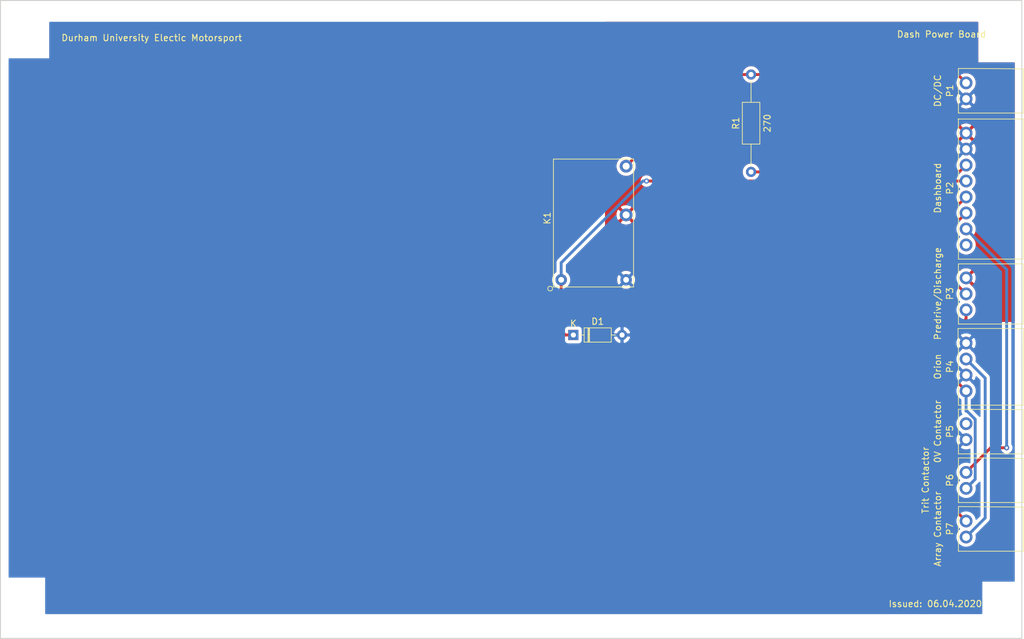
<source format=kicad_pcb>
(kicad_pcb (version 20171130) (host pcbnew "(5.1.5)-3")

  (general
    (thickness 1.6)
    (drawings 11)
    (tracks 46)
    (zones 0)
    (modules 14)
    (nets 16)
  )

  (page A4)
  (layers
    (0 F.Cu signal)
    (31 B.Cu signal)
    (32 B.Adhes user)
    (33 F.Adhes user)
    (34 B.Paste user)
    (35 F.Paste user)
    (36 B.SilkS user)
    (37 F.SilkS user)
    (38 B.Mask user)
    (39 F.Mask user)
    (40 Dwgs.User user)
    (41 Cmts.User user)
    (42 Eco1.User user)
    (43 Eco2.User user)
    (44 Edge.Cuts user)
    (45 Margin user)
    (46 B.CrtYd user)
    (47 F.CrtYd user)
    (48 B.Fab user)
    (49 F.Fab user)
  )

  (setup
    (last_trace_width 0.45)
    (trace_clearance 0.2)
    (zone_clearance 0.508)
    (zone_45_only no)
    (trace_min 0.2)
    (via_size 0.8)
    (via_drill 0.4)
    (via_min_size 0.4)
    (via_min_drill 0.3)
    (uvia_size 0.3)
    (uvia_drill 0.1)
    (uvias_allowed no)
    (uvia_min_size 0.2)
    (uvia_min_drill 0.1)
    (edge_width 0.15)
    (segment_width 0.2)
    (pcb_text_width 0.3)
    (pcb_text_size 1.5 1.5)
    (mod_edge_width 0.15)
    (mod_text_size 1 1)
    (mod_text_width 0.15)
    (pad_size 1.524 1.524)
    (pad_drill 0.762)
    (pad_to_mask_clearance 0.2)
    (aux_axis_origin 0 0)
    (grid_origin 55.08 144.93)
    (visible_elements 7FFFFFFF)
    (pcbplotparams
      (layerselection 0x010fc_ffffffff)
      (usegerberextensions true)
      (usegerberattributes false)
      (usegerberadvancedattributes false)
      (creategerberjobfile false)
      (excludeedgelayer true)
      (linewidth 0.100000)
      (plotframeref false)
      (viasonmask false)
      (mode 1)
      (useauxorigin false)
      (hpglpennumber 1)
      (hpglpenspeed 20)
      (hpglpendiameter 15.000000)
      (psnegative false)
      (psa4output false)
      (plotreference true)
      (plotvalue true)
      (plotinvisibletext false)
      (padsonsilk false)
      (subtractmaskfromsilk false)
      (outputformat 1)
      (mirror false)
      (drillshape 0)
      (scaleselection 1)
      (outputdirectory "SafeGerber/"))
  )

  (net 0 "")
  (net 1 "Net-(MK1-Pad1)")
  (net 2 "Net-(MK2-Pad1)")
  (net 3 "Net-(MK3-Pad1)")
  (net 4 "Net-(MK4-Pad1)")
  (net 5 "Net-(D1-Pad1)")
  (net 6 GND)
  (net 7 12VInt)
  (net 8 "Net-(K1-Pad4)")
  (net 9 "Net-(P2-Pad8)")
  (net 10 "Net-(P2-Pad7)")
  (net 11 "Net-(P2-Pad6)")
  (net 12 "Net-(P2-Pad5)")
  (net 13 "Net-(P2-Pad3)")
  (net 14 "Net-(P3-Pad3)")
  (net 15 "Net-(P4-Pad2)")

  (net_class Default "This is the default net class."
    (clearance 0.2)
    (trace_width 0.45)
    (via_dia 0.8)
    (via_drill 0.4)
    (uvia_dia 0.3)
    (uvia_drill 0.1)
    (add_net 12VInt)
    (add_net GND)
    (add_net "Net-(D1-Pad1)")
    (add_net "Net-(K1-Pad4)")
    (add_net "Net-(MK1-Pad1)")
    (add_net "Net-(MK2-Pad1)")
    (add_net "Net-(MK3-Pad1)")
    (add_net "Net-(MK4-Pad1)")
    (add_net "Net-(P2-Pad3)")
    (add_net "Net-(P2-Pad5)")
    (add_net "Net-(P2-Pad6)")
    (add_net "Net-(P2-Pad7)")
    (add_net "Net-(P2-Pad8)")
    (add_net "Net-(P3-Pad3)")
    (add_net "Net-(P4-Pad2)")
  )

  (module Mounting_Holes:MountingHole_2.7mm (layer F.Cu) (tedit 5A6CF9C5) (tstamp 597559B3)
    (at 58.6 139.45)
    (descr "Mounting Hole 2.7mm, no annular")
    (tags "mounting hole 2.7mm no annular")
    (path /5A6CFFFA)
    (fp_text reference MK3 (at 0 -3.7) (layer F.SilkS) hide
      (effects (font (size 1 1) (thickness 0.15)))
    )
    (fp_text value Mounting_Hole_PAD (at 0 3.7) (layer F.Fab) hide
      (effects (font (size 1 1) (thickness 0.15)))
    )
    (fp_circle (center 0 0) (end 2.7 0) (layer Cmts.User) (width 0.15))
    (fp_circle (center 0 0) (end 2.95 0) (layer F.CrtYd) (width 0.05))
    (pad 1 np_thru_hole circle (at 0 0) (size 2.7 2.7) (drill 2.7) (layers *.Cu *.Mask)
      (net 3 "Net-(MK3-Pad1)"))
  )

  (module Mounting_Holes:MountingHole_2.7mm (layer F.Cu) (tedit 5A6CF9B3) (tstamp 59755B13)
    (at 58.6 50.55)
    (descr "Mounting Hole 2.7mm, no annular")
    (tags "mounting hole 2.7mm no annular")
    (path /5A6CFED2)
    (fp_text reference MK1 (at 0 -3.7) (layer F.SilkS) hide
      (effects (font (size 1 1) (thickness 0.15)))
    )
    (fp_text value Mounting_Hole_PAD (at 0 3.7) (layer F.Fab) hide
      (effects (font (size 1 1) (thickness 0.15)))
    )
    (fp_circle (center 0 0) (end 2.7 0) (layer Cmts.User) (width 0.15))
    (fp_circle (center 0 0) (end 2.95 0) (layer F.CrtYd) (width 0.05))
    (pad 1 np_thru_hole circle (at 0 0) (size 2.7 2.7) (drill 2.7) (layers *.Cu *.Mask)
      (net 1 "Net-(MK1-Pad1)"))
  )

  (module Mounting_Holes:MountingHole_2.7mm (layer F.Cu) (tedit 5A6CF9D1) (tstamp 59755F5D)
    (at 212.24 139.45)
    (descr "Mounting Hole 2.7mm, no annular")
    (tags "mounting hole 2.7mm no annular")
    (path /5A6D003F)
    (fp_text reference MK4 (at 0 -3.7) (layer F.SilkS) hide
      (effects (font (size 1 1) (thickness 0.15)))
    )
    (fp_text value Mounting_Hole_PAD (at 0 3.7) (layer F.Fab) hide
      (effects (font (size 1 1) (thickness 0.15)))
    )
    (fp_circle (center 0 0) (end 2.7 0) (layer Cmts.User) (width 0.15))
    (fp_circle (center 0 0) (end 2.95 0) (layer F.CrtYd) (width 0.05))
    (pad 1 np_thru_hole circle (at 0 0) (size 2.7 2.7) (drill 2.7) (layers *.Cu *.Mask)
      (net 4 "Net-(MK4-Pad1)"))
  )

  (module Mounting_Holes:MountingHole_2.7mm (layer F.Cu) (tedit 5A6CF9BC) (tstamp 59755F56)
    (at 212.24 50.55)
    (descr "Mounting Hole 2.7mm, no annular")
    (tags "mounting hole 2.7mm no annular")
    (path /5A6CFF98)
    (fp_text reference MK2 (at 0 -3.7) (layer F.SilkS) hide
      (effects (font (size 1 1) (thickness 0.15)))
    )
    (fp_text value Mounting_Hole_PAD (at 0 3.7) (layer F.Fab) hide
      (effects (font (size 1 1) (thickness 0.15)))
    )
    (fp_circle (center 0 0) (end 2.7 0) (layer Cmts.User) (width 0.15))
    (fp_circle (center 0 0) (end 2.95 0) (layer F.CrtYd) (width 0.05))
    (pad 1 np_thru_hole circle (at 0 0) (size 2.7 2.7) (drill 2.7) (layers *.Cu *.Mask)
      (net 2 "Net-(MK2-Pad1)"))
  )

  (module Diode_THT:D_DO-35_SOD27_P7.62mm_Horizontal (layer F.Cu) (tedit 5AE50CD5) (tstamp 5D75C4B7)
    (at 144.742 97.432)
    (descr "Diode, DO-35_SOD27 series, Axial, Horizontal, pin pitch=7.62mm, , length*diameter=4*2mm^2, , http://www.diodes.com/_files/packages/DO-35.pdf")
    (tags "Diode DO-35_SOD27 series Axial Horizontal pin pitch 7.62mm  length 4mm diameter 2mm")
    (path /5D75B0C7)
    (fp_text reference D1 (at 3.81 -2.12) (layer F.SilkS)
      (effects (font (size 1 1) (thickness 0.15)))
    )
    (fp_text value 1N914 (at 3.81 2.12) (layer F.Fab)
      (effects (font (size 1 1) (thickness 0.15)))
    )
    (fp_line (start 1.81 -1) (end 1.81 1) (layer F.Fab) (width 0.1))
    (fp_line (start 1.81 1) (end 5.81 1) (layer F.Fab) (width 0.1))
    (fp_line (start 5.81 1) (end 5.81 -1) (layer F.Fab) (width 0.1))
    (fp_line (start 5.81 -1) (end 1.81 -1) (layer F.Fab) (width 0.1))
    (fp_line (start 0 0) (end 1.81 0) (layer F.Fab) (width 0.1))
    (fp_line (start 7.62 0) (end 5.81 0) (layer F.Fab) (width 0.1))
    (fp_line (start 2.41 -1) (end 2.41 1) (layer F.Fab) (width 0.1))
    (fp_line (start 2.51 -1) (end 2.51 1) (layer F.Fab) (width 0.1))
    (fp_line (start 2.31 -1) (end 2.31 1) (layer F.Fab) (width 0.1))
    (fp_line (start 1.69 -1.12) (end 1.69 1.12) (layer F.SilkS) (width 0.12))
    (fp_line (start 1.69 1.12) (end 5.93 1.12) (layer F.SilkS) (width 0.12))
    (fp_line (start 5.93 1.12) (end 5.93 -1.12) (layer F.SilkS) (width 0.12))
    (fp_line (start 5.93 -1.12) (end 1.69 -1.12) (layer F.SilkS) (width 0.12))
    (fp_line (start 1.04 0) (end 1.69 0) (layer F.SilkS) (width 0.12))
    (fp_line (start 6.58 0) (end 5.93 0) (layer F.SilkS) (width 0.12))
    (fp_line (start 2.41 -1.12) (end 2.41 1.12) (layer F.SilkS) (width 0.12))
    (fp_line (start 2.53 -1.12) (end 2.53 1.12) (layer F.SilkS) (width 0.12))
    (fp_line (start 2.29 -1.12) (end 2.29 1.12) (layer F.SilkS) (width 0.12))
    (fp_line (start -1.05 -1.25) (end -1.05 1.25) (layer F.CrtYd) (width 0.05))
    (fp_line (start -1.05 1.25) (end 8.67 1.25) (layer F.CrtYd) (width 0.05))
    (fp_line (start 8.67 1.25) (end 8.67 -1.25) (layer F.CrtYd) (width 0.05))
    (fp_line (start 8.67 -1.25) (end -1.05 -1.25) (layer F.CrtYd) (width 0.05))
    (fp_text user %R (at 4.11 0) (layer F.Fab)
      (effects (font (size 0.8 0.8) (thickness 0.12)))
    )
    (fp_text user K (at 0 -1.8) (layer F.Fab)
      (effects (font (size 1 1) (thickness 0.15)))
    )
    (fp_text user K (at 0 -1.8) (layer F.SilkS)
      (effects (font (size 1 1) (thickness 0.15)))
    )
    (pad 1 thru_hole rect (at 0 0) (size 1.6 1.6) (drill 0.8) (layers *.Cu *.Mask)
      (net 5 "Net-(D1-Pad1)"))
    (pad 2 thru_hole oval (at 7.62 0) (size 1.6 1.6) (drill 0.8) (layers *.Cu *.Mask)
      (net 6 GND))
    (model ${KISYS3DMOD}/Diode_THT.3dshapes/D_DO-35_SOD27_P7.62mm_Horizontal.wrl
      (at (xyz 0 0 0))
      (scale (xyz 1 1 1))
      (rotate (xyz 0 0 0))
    )
  )

  (module PhoenixSmol:PhoenixSmol2 (layer F.Cu) (tedit 5D751783) (tstamp 5D75C4D6)
    (at 206.21 60.475 90)
    (descr "Terminal Block Phoenix MKDS-1,5-2, 2 pins, pitch 5mm, size 10x9.8mm^2, drill diamater 1.3mm, pad diameter 2.6mm, see http://www.farnell.com/datasheets/100425.pdf, script-generated using https://github.com/pointhi/kicad-footprint-generator/scripts/TerminalBlock_Phoenix")
    (tags "THT Terminal Block Phoenix MKDS-1,5-2 pitch 5mm size 10x9.8mm^2 drill 1.3mm pad 2.6mm")
    (path /5D756C88)
    (fp_text reference P1 (at 1.27 -2.54 90) (layer F.SilkS)
      (effects (font (size 1 1) (thickness 0.15)))
    )
    (fp_text value DC/DC (at 1.27 -4.445 90) (layer F.SilkS)
      (effects (font (size 1 1) (thickness 0.15)))
    )
    (fp_line (start -2.2 -1.2) (end 4.7 -1.2) (layer F.Fab) (width 0.12))
    (fp_line (start -2.2 8.9) (end 4.7 8.9) (layer F.Fab) (width 0.12))
    (fp_line (start 4.7 -1.2) (end 4.7 8.9) (layer F.Fab) (width 0.12))
    (fp_line (start -2.2 -1.2) (end -2.2 8.9) (layer F.Fab) (width 0.12))
    (fp_line (start -2.2225 -1.2065) (end 4.7625 -1.2065) (layer F.SilkS) (width 0.12))
    (fp_line (start 4.7625 -1.2065) (end 4.699 8.9535) (layer F.SilkS) (width 0.12))
    (fp_line (start 4.699 8.9535) (end -2.2225 8.9535) (layer F.SilkS) (width 0.12))
    (fp_line (start -2.2225 8.9535) (end -2.2225 -1.2065) (layer F.SilkS) (width 0.12))
    (pad 2 thru_hole circle (at 0 0 90) (size 2 2) (drill 1.2) (layers *.Cu *.Mask)
      (net 6 GND))
    (pad 1 thru_hole circle (at 2.5 0 90) (size 2 2) (drill 1.2) (layers *.Cu *.Mask)
      (net 8 "Net-(K1-Pad4)"))
    (model ${KISYS3DMOD}/TerminalBlock_Phoenix.3dshapes/TerminalBlock_Phoenix_MKDS-1,5-2_1x02_P5.00mm_Horizontal.wrl
      (at (xyz 0 0 0))
      (scale (xyz 1 1 1))
      (rotate (xyz 0 0 0))
    )
  )

  (module PhoenixSmol:PhoenixSmol8 (layer F.Cu) (tedit 5D752BF1) (tstamp 5D75C4EA)
    (at 206.21 83.335 90)
    (descr "Terminal Block Phoenix MKDS-1,5-2, 2 pins, pitch 5mm, size 10x9.8mm^2, drill diamater 1.3mm, pad diameter 2.6mm, see http://www.farnell.com/datasheets/100425.pdf, script-generated using https://github.com/pointhi/kicad-footprint-generator/scripts/TerminalBlock_Phoenix")
    (tags "THT Terminal Block Phoenix MKDS-1,5-2 pitch 5mm size 10x9.8mm^2 drill 1.3mm pad 2.6mm")
    (path /5D75718B)
    (fp_text reference P2 (at 8.89 -2.54 90) (layer F.SilkS)
      (effects (font (size 1 1) (thickness 0.15)))
    )
    (fp_text value Dashboard (at 8.89 -4.445 90) (layer F.SilkS)
      (effects (font (size 1 1) (thickness 0.15)))
    )
    (fp_line (start -2.2 -1.2) (end 19.7 -1.2) (layer F.Fab) (width 0.12))
    (fp_line (start -2.2 8.9) (end 19.7 8.9) (layer F.Fab) (width 0.12))
    (fp_line (start 19.7 -1.2) (end 19.7 8.9) (layer F.Fab) (width 0.12))
    (fp_line (start -2.2 -1.2) (end -2.2 8.9) (layer F.Fab) (width 0.12))
    (fp_line (start -2.2225 -1.2065) (end 19.7 -1.2065) (layer F.SilkS) (width 0.12))
    (fp_line (start 19.7 8.9535) (end -2.2225 8.9535) (layer F.SilkS) (width 0.12))
    (fp_line (start -2.2225 8.9535) (end -2.2225 -1.2065) (layer F.SilkS) (width 0.12))
    (fp_line (start 19.7 -1.27) (end 19.7 9.017) (layer F.SilkS) (width 0.12))
    (pad 8 thru_hole circle (at 0 0 90) (size 2 2) (drill 1.2) (layers *.Cu *.Mask)
      (net 9 "Net-(P2-Pad8)"))
    (pad 7 thru_hole circle (at 2.5 0 90) (size 2 2) (drill 1.2) (layers *.Cu *.Mask)
      (net 10 "Net-(P2-Pad7)"))
    (pad 6 thru_hole circle (at 5 0 90) (size 2 2) (drill 1.2) (layers *.Cu *.Mask)
      (net 11 "Net-(P2-Pad6)"))
    (pad 5 thru_hole circle (at 7.5 0 90) (size 2 2) (drill 1.2) (layers *.Cu *.Mask)
      (net 12 "Net-(P2-Pad5)"))
    (pad 4 thru_hole circle (at 10 0 90) (size 2 2) (drill 1.2) (layers *.Cu *.Mask)
      (net 5 "Net-(D1-Pad1)"))
    (pad 2 thru_hole circle (at 15 0 90) (size 2 2) (drill 1.2) (layers *.Cu *.Mask)
      (net 6 GND))
    (pad 1 thru_hole circle (at 17.5 0 90) (size 2 2) (drill 1.2) (layers *.Cu *.Mask)
      (net 7 12VInt))
    (pad 3 thru_hole circle (at 12.5 0 90) (size 2 2) (drill 1.2) (layers *.Cu *.Mask)
      (net 13 "Net-(P2-Pad3)"))
    (model ${KISYS3DMOD}/TerminalBlock_Phoenix.3dshapes/TerminalBlock_Phoenix_MKDS-1,5-2_1x02_P5.00mm_Horizontal.wrl
      (at (xyz 0 0 0))
      (scale (xyz 1 1 1))
      (rotate (xyz 0 0 0))
    )
  )

  (module PhoenixSmol:PhoenixSmol3 (layer F.Cu) (tedit 5D75184E) (tstamp 5D75C4FB)
    (at 206.21 93.495 90)
    (descr "Terminal Block Phoenix MKDS-1,5-2, 2 pins, pitch 5mm, size 10x9.8mm^2, drill diamater 1.3mm, pad diameter 2.6mm, see http://www.farnell.com/datasheets/100425.pdf, script-generated using https://github.com/pointhi/kicad-footprint-generator/scripts/TerminalBlock_Phoenix")
    (tags "THT Terminal Block Phoenix MKDS-1,5-2 pitch 5mm size 10x9.8mm^2 drill 1.3mm pad 2.6mm")
    (path /5D7576B3)
    (fp_text reference P3 (at 2.54 -2.54 90) (layer F.SilkS)
      (effects (font (size 1 1) (thickness 0.15)))
    )
    (fp_text value Predrive/Discharge (at 2.54 -4.445 90) (layer F.SilkS)
      (effects (font (size 1 1) (thickness 0.15)))
    )
    (fp_line (start -2.2 -1.2) (end 7.2 -1.2) (layer F.Fab) (width 0.12))
    (fp_line (start -2.2 8.9) (end 7.2 8.9) (layer F.Fab) (width 0.12))
    (fp_line (start 7.2 -1.2) (end 7.2 8.9) (layer F.Fab) (width 0.12))
    (fp_line (start -2.2 -1.2) (end -2.2 8.9) (layer F.Fab) (width 0.12))
    (fp_line (start -2.2225 -1.2065) (end 4.7625 -1.2065) (layer F.SilkS) (width 0.12))
    (fp_line (start 7.2 -1.2065) (end 7.2 8.9535) (layer F.SilkS) (width 0.12))
    (fp_line (start 4.699 8.9535) (end -2.2225 8.9535) (layer F.SilkS) (width 0.12))
    (fp_line (start -2.2225 8.9535) (end -2.2225 -1.2065) (layer F.SilkS) (width 0.12))
    (fp_line (start 7.2 -1.2065) (end 4.7625 -1.2065) (layer F.SilkS) (width 0.12))
    (fp_line (start 7.2 8.9535) (end 4.699 8.9535) (layer F.SilkS) (width 0.12))
    (pad 3 thru_hole circle (at 0 0 90) (size 2 2) (drill 1.2) (layers *.Cu *.Mask)
      (net 14 "Net-(P3-Pad3)"))
    (pad 2 thru_hole circle (at 2.5 0 90) (size 2 2) (drill 1.2) (layers *.Cu *.Mask)
      (net 11 "Net-(P2-Pad6)"))
    (pad 1 thru_hole circle (at 5 0 90) (size 2 2) (drill 1.2) (layers *.Cu *.Mask)
      (net 7 12VInt))
    (model ${KISYS3DMOD}/TerminalBlock_Phoenix.3dshapes/TerminalBlock_Phoenix_MKDS-1,5-2_1x02_P5.00mm_Horizontal.wrl
      (at (xyz 0 0 0))
      (scale (xyz 1 1 1))
      (rotate (xyz 0 0 0))
    )
  )

  (module PhoenixSmol:PhoenixSmol4 (layer F.Cu) (tedit 5D752BF8) (tstamp 5D75C50F)
    (at 206.21 106.195 90)
    (descr "Terminal Block Phoenix MKDS-1,5-2, 2 pins, pitch 5mm, size 10x9.8mm^2, drill diamater 1.3mm, pad diameter 2.6mm, see http://www.farnell.com/datasheets/100425.pdf, script-generated using https://github.com/pointhi/kicad-footprint-generator/scripts/TerminalBlock_Phoenix")
    (tags "THT Terminal Block Phoenix MKDS-1,5-2 pitch 5mm size 10x9.8mm^2 drill 1.3mm pad 2.6mm")
    (path /5D757900)
    (fp_text reference P4 (at 3.81 -2.54 90) (layer F.SilkS)
      (effects (font (size 1 1) (thickness 0.15)))
    )
    (fp_text value Orion (at 3.81 -4.445 90) (layer F.SilkS)
      (effects (font (size 1 1) (thickness 0.15)))
    )
    (fp_line (start -2.2 -1.2) (end 9.7 -1.2) (layer F.Fab) (width 0.12))
    (fp_line (start -2.2 8.9) (end 9.7 8.9) (layer F.Fab) (width 0.12))
    (fp_line (start 9.7 -1.2) (end 9.7 8.9) (layer F.Fab) (width 0.12))
    (fp_line (start -2.2 -1.2) (end -2.2 8.9) (layer F.Fab) (width 0.12))
    (fp_line (start -2.2225 -1.2065) (end 4.7625 -1.2065) (layer F.SilkS) (width 0.12))
    (fp_line (start 4.699 8.9535) (end -2.2225 8.9535) (layer F.SilkS) (width 0.12))
    (fp_line (start -2.2225 8.9535) (end -2.2225 -1.2065) (layer F.SilkS) (width 0.12))
    (fp_line (start 7.2 -1.2065) (end 4.7625 -1.2065) (layer F.SilkS) (width 0.12))
    (fp_line (start 7.2 8.9535) (end 4.699 8.9535) (layer F.SilkS) (width 0.12))
    (fp_line (start 7.2 -1.2065) (end 9.779 -1.27) (layer F.SilkS) (width 0.12))
    (fp_line (start 9.779 -1.27) (end 9.779 9.017) (layer F.SilkS) (width 0.12))
    (fp_line (start 9.779 9.017) (end 7.2 8.9535) (layer F.SilkS) (width 0.12))
    (pad 4 thru_hole circle (at 0 0 90) (size 2 2) (drill 1.2) (layers *.Cu *.Mask)
      (net 14 "Net-(P3-Pad3)"))
    (pad 3 thru_hole circle (at 2.5 0 90) (size 2 2) (drill 1.2) (layers *.Cu *.Mask)
      (net 6 GND))
    (pad 2 thru_hole circle (at 5 0 90) (size 2 2) (drill 1.2) (layers *.Cu *.Mask)
      (net 15 "Net-(P4-Pad2)"))
    (pad 1 thru_hole circle (at 7.5 0 90) (size 2 2) (drill 1.2) (layers *.Cu *.Mask)
      (net 6 GND))
    (model ${KISYS3DMOD}/TerminalBlock_Phoenix.3dshapes/TerminalBlock_Phoenix_MKDS-1,5-2_1x02_P5.00mm_Horizontal.wrl
      (at (xyz 0 0 0))
      (scale (xyz 1 1 1))
      (rotate (xyz 0 0 0))
    )
  )

  (module PhoenixSmol:PhoenixSmol2 (layer F.Cu) (tedit 5D751783) (tstamp 5D75C51D)
    (at 206.21 113.815 90)
    (descr "Terminal Block Phoenix MKDS-1,5-2, 2 pins, pitch 5mm, size 10x9.8mm^2, drill diamater 1.3mm, pad diameter 2.6mm, see http://www.farnell.com/datasheets/100425.pdf, script-generated using https://github.com/pointhi/kicad-footprint-generator/scripts/TerminalBlock_Phoenix")
    (tags "THT Terminal Block Phoenix MKDS-1,5-2 pitch 5mm size 10x9.8mm^2 drill 1.3mm pad 2.6mm")
    (path /5D757EDE)
    (fp_text reference P5 (at 1.27 -2.54 90) (layer F.SilkS)
      (effects (font (size 1 1) (thickness 0.15)))
    )
    (fp_text value "0V Contactor" (at 1.27 -4.445 90) (layer F.SilkS)
      (effects (font (size 1 1) (thickness 0.15)))
    )
    (fp_line (start -2.2225 8.9535) (end -2.2225 -1.2065) (layer F.SilkS) (width 0.12))
    (fp_line (start 4.699 8.9535) (end -2.2225 8.9535) (layer F.SilkS) (width 0.12))
    (fp_line (start 4.7625 -1.2065) (end 4.699 8.9535) (layer F.SilkS) (width 0.12))
    (fp_line (start -2.2225 -1.2065) (end 4.7625 -1.2065) (layer F.SilkS) (width 0.12))
    (fp_line (start -2.2 -1.2) (end -2.2 8.9) (layer F.Fab) (width 0.12))
    (fp_line (start 4.7 -1.2) (end 4.7 8.9) (layer F.Fab) (width 0.12))
    (fp_line (start -2.2 8.9) (end 4.7 8.9) (layer F.Fab) (width 0.12))
    (fp_line (start -2.2 -1.2) (end 4.7 -1.2) (layer F.Fab) (width 0.12))
    (pad 1 thru_hole circle (at 2.5 0 90) (size 2 2) (drill 1.2) (layers *.Cu *.Mask)
      (net 9 "Net-(P2-Pad8)"))
    (pad 2 thru_hole circle (at 0 0 90) (size 2 2) (drill 1.2) (layers *.Cu *.Mask)
      (net 6 GND))
    (model ${KISYS3DMOD}/TerminalBlock_Phoenix.3dshapes/TerminalBlock_Phoenix_MKDS-1,5-2_1x02_P5.00mm_Horizontal.wrl
      (at (xyz 0 0 0))
      (scale (xyz 1 1 1))
      (rotate (xyz 0 0 0))
    )
  )

  (module PhoenixSmol:PhoenixSmol2 (layer F.Cu) (tedit 5D751783) (tstamp 5D75C52B)
    (at 206.21 121.435 90)
    (descr "Terminal Block Phoenix MKDS-1,5-2, 2 pins, pitch 5mm, size 10x9.8mm^2, drill diamater 1.3mm, pad diameter 2.6mm, see http://www.farnell.com/datasheets/100425.pdf, script-generated using https://github.com/pointhi/kicad-footprint-generator/scripts/TerminalBlock_Phoenix")
    (tags "THT Terminal Block Phoenix MKDS-1,5-2 pitch 5mm size 10x9.8mm^2 drill 1.3mm pad 2.6mm")
    (path /5D7581A6)
    (fp_text reference P6 (at 1.27 -2.54 90) (layer F.SilkS)
      (effects (font (size 1 1) (thickness 0.15)))
    )
    (fp_text value "Trit Contactor" (at 1.27 -6.35 90) (layer F.SilkS)
      (effects (font (size 1 1) (thickness 0.15)))
    )
    (fp_line (start -2.2 -1.2) (end 4.7 -1.2) (layer F.Fab) (width 0.12))
    (fp_line (start -2.2 8.9) (end 4.7 8.9) (layer F.Fab) (width 0.12))
    (fp_line (start 4.7 -1.2) (end 4.7 8.9) (layer F.Fab) (width 0.12))
    (fp_line (start -2.2 -1.2) (end -2.2 8.9) (layer F.Fab) (width 0.12))
    (fp_line (start -2.2225 -1.2065) (end 4.7625 -1.2065) (layer F.SilkS) (width 0.12))
    (fp_line (start 4.7625 -1.2065) (end 4.699 8.9535) (layer F.SilkS) (width 0.12))
    (fp_line (start 4.699 8.9535) (end -2.2225 8.9535) (layer F.SilkS) (width 0.12))
    (fp_line (start -2.2225 8.9535) (end -2.2225 -1.2065) (layer F.SilkS) (width 0.12))
    (pad 2 thru_hole circle (at 0 0 90) (size 2 2) (drill 1.2) (layers *.Cu *.Mask)
      (net 14 "Net-(P3-Pad3)"))
    (pad 1 thru_hole circle (at 2.5 0 90) (size 2 2) (drill 1.2) (layers *.Cu *.Mask)
      (net 10 "Net-(P2-Pad7)"))
    (model ${KISYS3DMOD}/TerminalBlock_Phoenix.3dshapes/TerminalBlock_Phoenix_MKDS-1,5-2_1x02_P5.00mm_Horizontal.wrl
      (at (xyz 0 0 0))
      (scale (xyz 1 1 1))
      (rotate (xyz 0 0 0))
    )
  )

  (module PhoenixSmol:PhoenixSmol2 (layer F.Cu) (tedit 5D751783) (tstamp 5D75C539)
    (at 206.21 129.055 90)
    (descr "Terminal Block Phoenix MKDS-1,5-2, 2 pins, pitch 5mm, size 10x9.8mm^2, drill diamater 1.3mm, pad diameter 2.6mm, see http://www.farnell.com/datasheets/100425.pdf, script-generated using https://github.com/pointhi/kicad-footprint-generator/scripts/TerminalBlock_Phoenix")
    (tags "THT Terminal Block Phoenix MKDS-1,5-2 pitch 5mm size 10x9.8mm^2 drill 1.3mm pad 2.6mm")
    (path /5D758521)
    (fp_text reference P7 (at 1.27 -2.54 90) (layer F.SilkS)
      (effects (font (size 1 1) (thickness 0.15)))
    )
    (fp_text value "Array Contactor" (at 1.27 -4.445 90) (layer F.SilkS)
      (effects (font (size 1 1) (thickness 0.15)))
    )
    (fp_line (start -2.2225 8.9535) (end -2.2225 -1.2065) (layer F.SilkS) (width 0.12))
    (fp_line (start 4.699 8.9535) (end -2.2225 8.9535) (layer F.SilkS) (width 0.12))
    (fp_line (start 4.7625 -1.2065) (end 4.699 8.9535) (layer F.SilkS) (width 0.12))
    (fp_line (start -2.2225 -1.2065) (end 4.7625 -1.2065) (layer F.SilkS) (width 0.12))
    (fp_line (start -2.2 -1.2) (end -2.2 8.9) (layer F.Fab) (width 0.12))
    (fp_line (start 4.7 -1.2) (end 4.7 8.9) (layer F.Fab) (width 0.12))
    (fp_line (start -2.2 8.9) (end 4.7 8.9) (layer F.Fab) (width 0.12))
    (fp_line (start -2.2 -1.2) (end 4.7 -1.2) (layer F.Fab) (width 0.12))
    (pad 1 thru_hole circle (at 2.5 0 90) (size 2 2) (drill 1.2) (layers *.Cu *.Mask)
      (net 12 "Net-(P2-Pad5)"))
    (pad 2 thru_hole circle (at 0 0 90) (size 2 2) (drill 1.2) (layers *.Cu *.Mask)
      (net 15 "Net-(P4-Pad2)"))
    (model ${KISYS3DMOD}/TerminalBlock_Phoenix.3dshapes/TerminalBlock_Phoenix_MKDS-1,5-2_1x02_P5.00mm_Horizontal.wrl
      (at (xyz 0 0 0))
      (scale (xyz 1 1 1))
      (rotate (xyz 0 0 0))
    )
  )

  (module Resistor_THT:R_Axial_DIN0207_L6.3mm_D2.5mm_P15.24mm_Horizontal (layer F.Cu) (tedit 5AE5139B) (tstamp 5D75C550)
    (at 172.555 71.905 90)
    (descr "Resistor, Axial_DIN0207 series, Axial, Horizontal, pin pitch=15.24mm, 0.25W = 1/4W, length*diameter=6.3*2.5mm^2, http://cdn-reichelt.de/documents/datenblatt/B400/1_4W%23YAG.pdf")
    (tags "Resistor Axial_DIN0207 series Axial Horizontal pin pitch 15.24mm 0.25W = 1/4W length 6.3mm diameter 2.5mm")
    (path /5D75D8C5)
    (fp_text reference R1 (at 7.62 -2.37 90) (layer F.SilkS)
      (effects (font (size 1 1) (thickness 0.15)))
    )
    (fp_text value 270 (at 7.62 2.54 90) (layer F.SilkS)
      (effects (font (size 1 1) (thickness 0.15)))
    )
    (fp_line (start 4.47 -1.25) (end 4.47 1.25) (layer F.Fab) (width 0.1))
    (fp_line (start 4.47 1.25) (end 10.77 1.25) (layer F.Fab) (width 0.1))
    (fp_line (start 10.77 1.25) (end 10.77 -1.25) (layer F.Fab) (width 0.1))
    (fp_line (start 10.77 -1.25) (end 4.47 -1.25) (layer F.Fab) (width 0.1))
    (fp_line (start 0 0) (end 4.47 0) (layer F.Fab) (width 0.1))
    (fp_line (start 15.24 0) (end 10.77 0) (layer F.Fab) (width 0.1))
    (fp_line (start 4.35 -1.37) (end 4.35 1.37) (layer F.SilkS) (width 0.12))
    (fp_line (start 4.35 1.37) (end 10.89 1.37) (layer F.SilkS) (width 0.12))
    (fp_line (start 10.89 1.37) (end 10.89 -1.37) (layer F.SilkS) (width 0.12))
    (fp_line (start 10.89 -1.37) (end 4.35 -1.37) (layer F.SilkS) (width 0.12))
    (fp_line (start 1.04 0) (end 4.35 0) (layer F.SilkS) (width 0.12))
    (fp_line (start 14.2 0) (end 10.89 0) (layer F.SilkS) (width 0.12))
    (fp_line (start -1.05 -1.5) (end -1.05 1.5) (layer F.CrtYd) (width 0.05))
    (fp_line (start -1.05 1.5) (end 16.29 1.5) (layer F.CrtYd) (width 0.05))
    (fp_line (start 16.29 1.5) (end 16.29 -1.5) (layer F.CrtYd) (width 0.05))
    (fp_line (start 16.29 -1.5) (end -1.05 -1.5) (layer F.CrtYd) (width 0.05))
    (fp_text user %R (at 7.62 0 90) (layer F.Fab)
      (effects (font (size 1 1) (thickness 0.15)))
    )
    (pad 1 thru_hole circle (at 0 0 90) (size 1.6 1.6) (drill 0.8) (layers *.Cu *.Mask)
      (net 13 "Net-(P2-Pad3)"))
    (pad 2 thru_hole oval (at 15.24 0 90) (size 1.6 1.6) (drill 0.8) (layers *.Cu *.Mask)
      (net 8 "Net-(K1-Pad4)"))
    (model ${KISYS3DMOD}/Resistor_THT.3dshapes/R_Axial_DIN0207_L6.3mm_D2.5mm_P15.24mm_Horizontal.wrl
      (at (xyz 0 0 0))
      (scale (xyz 1 1 1))
      (rotate (xyz 0 0 0))
    )
  )

  (module DUEMRelays:DKRelay (layer F.Cu) (tedit 5D757F16) (tstamp 5D75DD67)
    (at 142.837 88.796 90)
    (path /5D7588FC)
    (fp_text reference K1 (at 9.652 -2.1844 90) (layer F.SilkS)
      (effects (font (size 1 1) (thickness 0.15)))
    )
    (fp_text value DK (at 9.0424 12.4968 90) (layer F.Fab)
      (effects (font (size 1 1) (thickness 0.15)))
    )
    (fp_line (start 18.89 -1.2) (end 18.89 11.3) (layer F.Fab) (width 0.12))
    (fp_line (start 18.89 11.3) (end -1.11 11.3) (layer F.Fab) (width 0.12))
    (fp_line (start -1.11 11.3) (end -1.11 -1.2) (layer F.Fab) (width 0.12))
    (fp_line (start -1.11 -1.2) (end 18.89 -1.2) (layer F.Fab) (width 0.12))
    (fp_line (start -1.1176 11.3284) (end -1.1176 -1.2192) (layer F.SilkS) (width 0.12))
    (fp_line (start -1.1176 -1.2192) (end 18.8976 -1.2192) (layer F.SilkS) (width 0.12))
    (fp_line (start 18.8976 -1.2192) (end 18.8976 11.3284) (layer F.SilkS) (width 0.12))
    (fp_line (start 18.8976 11.3284) (end -1.1176 11.3284) (layer F.SilkS) (width 0.12))
    (fp_circle (center -1.3716 -1.7272) (end -1.016 -1.8288) (layer F.SilkS) (width 0.12))
    (pad 6 thru_hole circle (at 0 0 90) (size 1.8 1.8) (drill 0.9) (layers *.Cu *.Mask)
      (net 5 "Net-(D1-Pad1)"))
    (pad 1 thru_hole circle (at 0 10.16 90) (size 1.8 1.8) (drill 0.9) (layers *.Cu *.Mask)
      (net 6 GND))
    (pad 3 thru_hole circle (at 10.16 10.16 90) (size 2 2) (drill 1.1) (layers *.Cu *.Mask)
      (net 7 12VInt))
    (pad 4 thru_hole circle (at 17.78 10.16 90) (size 2 2) (drill 1.1) (layers *.Cu *.Mask)
      (net 8 "Net-(K1-Pad4)"))
  )

  (gr_text "Issued: 06.04.2020" (at 201.3967 139.5071) (layer F.SilkS)
    (effects (font (size 1 1) (thickness 0.15)))
  )
  (gr_text "Dash Power Board" (at 202.3619 50.3658) (layer F.SilkS)
    (effects (font (size 1 1) (thickness 0.15)))
  )
  (gr_text "Durham University Electic Motorsport" (at 78.7528 50.9246) (layer F.SilkS)
    (effects (font (size 1 1) (thickness 0.15)))
  )
  (gr_line (start 214.9 47.5) (end 55.1 47.5) (angle 90) (layer F.CrtYd) (width 0.2))
  (gr_line (start 55.1 47.5) (end 214.9 47.5) (angle 90) (layer B.CrtYd) (width 0.2))
  (gr_line (start 55.1 142.5) (end 214.9 142.5) (angle 90) (layer B.CrtYd) (width 0.2) (tstamp 59795C8A))
  (gr_line (start 55.1 142.5) (end 214.9 142.5) (angle 90) (layer F.CrtYd) (width 0.2))
  (gr_line (start 55.075 144.925) (end 214.925 144.925) (angle 90) (layer Edge.Cuts) (width 0.15))
  (gr_line (start 55.075 45.075) (end 55.075 144.925) (angle 90) (layer Edge.Cuts) (width 0.15))
  (gr_line (start 214.925 45.075) (end 55.075 45.075) (angle 90) (layer Edge.Cuts) (width 0.15))
  (gr_line (start 214.925 144.925) (end 214.925 45.075) (angle 90) (layer Edge.Cuts) (width 0.15))

  (segment (start 206.21 73.335) (end 156.188998 73.335) (width 0.45) (layer F.Cu) (net 5))
  (segment (start 143.492 97.432) (end 144.742 97.432) (width 0.45) (layer F.Cu) (net 5))
  (segment (start 142.837 96.777) (end 143.492 97.432) (width 0.45) (layer F.Cu) (net 5))
  (segment (start 142.837 88.796) (end 142.837 96.777) (width 0.45) (layer F.Cu) (net 5))
  (via (at 156.188998 73.335) (size 0.8) (drill 0.4) (layers F.Cu B.Cu) (net 5))
  (segment (start 142.837 87.523208) (end 142.837 88.796) (width 0.45) (layer B.Cu) (net 5))
  (segment (start 142.837 86.121313) (end 142.837 87.523208) (width 0.45) (layer B.Cu) (net 5))
  (segment (start 155.623313 73.335) (end 142.837 86.121313) (width 0.45) (layer B.Cu) (net 5))
  (segment (start 156.188998 73.335) (end 155.623313 73.335) (width 0.45) (layer B.Cu) (net 5))
  (segment (start 204.9 56.665) (end 206.21 57.975) (width 0.45) (layer F.Cu) (net 8))
  (segment (start 172.555 56.665) (end 204.9 56.665) (width 0.45) (layer F.Cu) (net 8))
  (segment (start 172.555 56.665) (end 167.475 56.665) (width 0.45) (layer F.Cu) (net 8))
  (segment (start 154.123999 70.016001) (end 167.475 56.665) (width 0.45) (layer F.Cu) (net 8))
  (segment (start 153.996999 70.016001) (end 154.123999 70.016001) (width 0.45) (layer F.Cu) (net 8))
  (segment (start 152.997 71.016) (end 153.996999 70.016001) (width 0.45) (layer F.Cu) (net 8))
  (via (at 212.56 115.085) (size 0.8) (drill 0.4) (layers F.Cu B.Cu) (net 10))
  (segment (start 206.21 80.835) (end 212.56 87.185) (width 0.45) (layer B.Cu) (net 10))
  (segment (start 212.56 87.185) (end 212.56 115.085) (width 0.45) (layer B.Cu) (net 10))
  (segment (start 210.06 115.085) (end 206.21 118.935) (width 0.45) (layer F.Cu) (net 10))
  (segment (start 212.56 115.085) (end 210.06 115.085) (width 0.45) (layer F.Cu) (net 10))
  (segment (start 204.434988 80.110012) (end 206.21 78.335) (width 0.45) (layer F.Cu) (net 11))
  (segment (start 206.21 90.995) (end 204.434988 89.219988) (width 0.45) (layer F.Cu) (net 11))
  (segment (start 204.434988 89.219988) (end 204.434988 80.110012) (width 0.45) (layer F.Cu) (net 11))
  (segment (start 205.210001 125.555001) (end 206.21 126.555) (width 0.45) (layer F.Cu) (net 12))
  (segment (start 201.765 122.11) (end 205.210001 125.555001) (width 0.45) (layer F.Cu) (net 12))
  (segment (start 201.765 80.28) (end 201.765 122.11) (width 0.45) (layer F.Cu) (net 12))
  (segment (start 206.21 75.835) (end 201.765 80.28) (width 0.45) (layer F.Cu) (net 12))
  (segment (start 205.14 71.905) (end 206.21 70.835) (width 0.45) (layer F.Cu) (net 13))
  (segment (start 172.555 71.905) (end 205.14 71.905) (width 0.45) (layer F.Cu) (net 13))
  (segment (start 206.21 106.195) (end 206.21 109.353998) (width 0.45) (layer B.Cu) (net 14))
  (segment (start 205.210001 105.195001) (end 206.21 106.195) (width 0.45) (layer F.Cu) (net 14))
  (segment (start 206.21 94.909213) (end 204.884999 96.234214) (width 0.45) (layer F.Cu) (net 14))
  (segment (start 206.21 93.495) (end 206.21 94.909213) (width 0.45) (layer F.Cu) (net 14))
  (segment (start 204.884999 96.234214) (end 204.740786 96.234214) (width 0.45) (layer F.Cu) (net 14))
  (segment (start 204.740786 96.234214) (end 204.305 96.67) (width 0.45) (layer F.Cu) (net 14))
  (segment (start 204.305 96.67) (end 204.305 104.29) (width 0.45) (layer F.Cu) (net 14))
  (segment (start 204.305 104.29) (end 205.210001 105.195001) (width 0.45) (layer F.Cu) (net 14))
  (segment (start 207.209999 120.435001) (end 206.21 121.435) (width 0.45) (layer B.Cu) (net 14))
  (segment (start 207.635001 120.009999) (end 207.209999 120.435001) (width 0.45) (layer B.Cu) (net 14))
  (segment (start 207.635001 110.630999) (end 207.635001 120.009999) (width 0.45) (layer B.Cu) (net 14))
  (segment (start 206.358 109.353998) (end 207.635001 110.630999) (width 0.45) (layer B.Cu) (net 14))
  (segment (start 206.21 109.353998) (end 206.358 109.353998) (width 0.45) (layer B.Cu) (net 14))
  (segment (start 207.209999 128.055001) (end 206.21 129.055) (width 0.45) (layer B.Cu) (net 15))
  (segment (start 209.200011 126.064989) (end 207.209999 128.055001) (width 0.45) (layer B.Cu) (net 15))
  (segment (start 206.21 101.195) (end 209.200011 104.185011) (width 0.45) (layer B.Cu) (net 15))
  (segment (start 209.200011 104.185011) (end 209.200011 126.064989) (width 0.45) (layer B.Cu) (net 15))

  (zone (net 6) (net_name GND) (layer B.Cu) (tstamp 5E8BB810) (hatch edge 0.508)
    (connect_pads (clearance 0.508))
    (min_thickness 0.254)
    (fill yes (arc_segments 32) (thermal_gap 0.508) (thermal_bridge_width 0.508))
    (polygon
      (pts
        (xy 208.115 48.41) (xy 208.115 54.76) (xy 213.83 54.76) (xy 213.83 136.04) (xy 208.75 136.04)
        (xy 208.75 141.12) (xy 62.065 141.12) (xy 62.065 135.405) (xy 56.35 135.405) (xy 56.35 54.125)
        (xy 62.7 54.125) (xy 62.7 48.41)
      )
    )
    (filled_polygon
      (pts
        (xy 207.988 54.76) (xy 207.99044 54.784776) (xy 207.997667 54.808601) (xy 208.009403 54.830557) (xy 208.025197 54.849803)
        (xy 208.044443 54.865597) (xy 208.066399 54.877333) (xy 208.090224 54.88456) (xy 208.115 54.887) (xy 213.703 54.887)
        (xy 213.703 135.913) (xy 208.75 135.913) (xy 208.725224 135.91544) (xy 208.701399 135.922667) (xy 208.679443 135.934403)
        (xy 208.660197 135.950197) (xy 208.644403 135.969443) (xy 208.632667 135.991399) (xy 208.62544 136.015224) (xy 208.623 136.04)
        (xy 208.623 140.993) (xy 62.192 140.993) (xy 62.192 135.405) (xy 62.18956 135.380224) (xy 62.182333 135.356399)
        (xy 62.170597 135.334443) (xy 62.154803 135.315197) (xy 62.135557 135.299403) (xy 62.113601 135.287667) (xy 62.089776 135.28044)
        (xy 62.065 135.278) (xy 56.477 135.278) (xy 56.477 113.877595) (xy 204.568282 113.877595) (xy 204.612039 114.196675)
        (xy 204.717205 114.501088) (xy 204.810186 114.675044) (xy 205.074587 114.770808) (xy 206.030395 113.815) (xy 205.074587 112.859192)
        (xy 204.810186 112.954956) (xy 204.669296 113.244571) (xy 204.587616 113.556108) (xy 204.568282 113.877595) (xy 56.477 113.877595)
        (xy 56.477 103.757595) (xy 204.568282 103.757595) (xy 204.612039 104.076675) (xy 204.717205 104.381088) (xy 204.810186 104.555044)
        (xy 205.074587 104.650808) (xy 206.030395 103.695) (xy 205.074587 102.739192) (xy 204.810186 102.834956) (xy 204.669296 103.124571)
        (xy 204.587616 103.436108) (xy 204.568282 103.757595) (xy 56.477 103.757595) (xy 56.477 101.033967) (xy 204.575 101.033967)
        (xy 204.575 101.356033) (xy 204.637832 101.671912) (xy 204.761082 101.969463) (xy 204.940013 102.237252) (xy 205.167748 102.464987)
        (xy 205.264935 102.529925) (xy 205.254192 102.559587) (xy 206.21 103.515395) (xy 206.224143 103.501253) (xy 206.403748 103.680858)
        (xy 206.389605 103.695) (xy 207.345413 104.650808) (xy 207.609814 104.555044) (xy 207.750704 104.265429) (xy 207.815825 104.017049)
        (xy 208.340011 104.541235) (xy 208.340011 110.134431) (xy 208.246055 110.019945) (xy 208.213243 109.993017) (xy 207.07 108.849775)
        (xy 207.07 107.586764) (xy 207.252252 107.464987) (xy 207.479987 107.237252) (xy 207.658918 106.969463) (xy 207.782168 106.671912)
        (xy 207.845 106.356033) (xy 207.845 106.033967) (xy 207.782168 105.718088) (xy 207.658918 105.420537) (xy 207.479987 105.152748)
        (xy 207.252252 104.925013) (xy 207.155065 104.860075) (xy 207.165808 104.830413) (xy 206.21 103.874605) (xy 205.254192 104.830413)
        (xy 205.264935 104.860075) (xy 205.167748 104.925013) (xy 204.940013 105.152748) (xy 204.761082 105.420537) (xy 204.637832 105.718088)
        (xy 204.575 106.033967) (xy 204.575 106.356033) (xy 204.637832 106.671912) (xy 204.761082 106.969463) (xy 204.940013 107.237252)
        (xy 205.167748 107.464987) (xy 205.35 107.586764) (xy 205.350001 109.311742) (xy 205.345839 109.353998) (xy 205.362444 109.522587)
        (xy 205.411619 109.684698) (xy 205.491476 109.8341) (xy 205.496873 109.840676) (xy 205.435537 109.866082) (xy 205.167748 110.045013)
        (xy 204.940013 110.272748) (xy 204.761082 110.540537) (xy 204.637832 110.838088) (xy 204.575 111.153967) (xy 204.575 111.476033)
        (xy 204.637832 111.791912) (xy 204.761082 112.089463) (xy 204.940013 112.357252) (xy 205.167748 112.584987) (xy 205.264935 112.649925)
        (xy 205.254192 112.679587) (xy 206.21 113.635395) (xy 206.224143 113.621253) (xy 206.403748 113.800858) (xy 206.389605 113.815)
        (xy 206.403748 113.829143) (xy 206.224143 114.008748) (xy 206.21 113.994605) (xy 205.254192 114.950413) (xy 205.349956 115.214814)
        (xy 205.639571 115.355704) (xy 205.951108 115.437384) (xy 206.272595 115.456718) (xy 206.591675 115.412961) (xy 206.775002 115.349627)
        (xy 206.775002 117.39932) (xy 206.686912 117.362832) (xy 206.371033 117.3) (xy 206.048967 117.3) (xy 205.733088 117.362832)
        (xy 205.435537 117.486082) (xy 205.167748 117.665013) (xy 204.940013 117.892748) (xy 204.761082 118.160537) (xy 204.637832 118.458088)
        (xy 204.575 118.773967) (xy 204.575 119.096033) (xy 204.637832 119.411912) (xy 204.761082 119.709463) (xy 204.940013 119.977252)
        (xy 205.147761 120.185) (xy 204.940013 120.392748) (xy 204.761082 120.660537) (xy 204.637832 120.958088) (xy 204.575 121.273967)
        (xy 204.575 121.596033) (xy 204.637832 121.911912) (xy 204.761082 122.209463) (xy 204.940013 122.477252) (xy 205.167748 122.704987)
        (xy 205.435537 122.883918) (xy 205.733088 123.007168) (xy 206.048967 123.07) (xy 206.371033 123.07) (xy 206.686912 123.007168)
        (xy 206.984463 122.883918) (xy 207.252252 122.704987) (xy 207.479987 122.477252) (xy 207.658918 122.209463) (xy 207.782168 121.911912)
        (xy 207.845 121.596033) (xy 207.845 121.273967) (xy 207.802238 121.058986) (xy 207.847983 121.013241) (xy 207.847988 121.013235)
        (xy 208.213236 120.647987) (xy 208.246055 120.621053) (xy 208.340012 120.506567) (xy 208.340012 125.708764) (xy 207.813445 126.235331)
        (xy 207.782168 126.078088) (xy 207.658918 125.780537) (xy 207.479987 125.512748) (xy 207.252252 125.285013) (xy 206.984463 125.106082)
        (xy 206.686912 124.982832) (xy 206.371033 124.92) (xy 206.048967 124.92) (xy 205.733088 124.982832) (xy 205.435537 125.106082)
        (xy 205.167748 125.285013) (xy 204.940013 125.512748) (xy 204.761082 125.780537) (xy 204.637832 126.078088) (xy 204.575 126.393967)
        (xy 204.575 126.716033) (xy 204.637832 127.031912) (xy 204.761082 127.329463) (xy 204.940013 127.597252) (xy 205.147761 127.805)
        (xy 204.940013 128.012748) (xy 204.761082 128.280537) (xy 204.637832 128.578088) (xy 204.575 128.893967) (xy 204.575 129.216033)
        (xy 204.637832 129.531912) (xy 204.761082 129.829463) (xy 204.940013 130.097252) (xy 205.167748 130.324987) (xy 205.435537 130.503918)
        (xy 205.733088 130.627168) (xy 206.048967 130.69) (xy 206.371033 130.69) (xy 206.686912 130.627168) (xy 206.984463 130.503918)
        (xy 207.252252 130.324987) (xy 207.479987 130.097252) (xy 207.658918 129.829463) (xy 207.782168 129.531912) (xy 207.845 129.216033)
        (xy 207.845 128.893967) (xy 207.802238 128.678986) (xy 207.847983 128.633241) (xy 207.847987 128.633236) (xy 209.778252 126.702972)
        (xy 209.811065 126.676043) (xy 209.918535 126.545091) (xy 209.998392 126.395689) (xy 210.047567 126.233578) (xy 210.060011 126.107235)
        (xy 210.060011 126.107228) (xy 210.064171 126.064989) (xy 210.060011 126.02275) (xy 210.060011 104.227249) (xy 210.064171 104.18501)
        (xy 210.060011 104.142771) (xy 210.060011 104.142765) (xy 210.047567 104.016422) (xy 209.998392 103.854311) (xy 209.918535 103.704909)
        (xy 209.811065 103.573957) (xy 209.778253 103.547029) (xy 207.802238 101.571014) (xy 207.845 101.356033) (xy 207.845 101.033967)
        (xy 207.782168 100.718088) (xy 207.658918 100.420537) (xy 207.479987 100.152748) (xy 207.252252 99.925013) (xy 207.155065 99.860075)
        (xy 207.165808 99.830413) (xy 206.21 98.874605) (xy 205.254192 99.830413) (xy 205.264935 99.860075) (xy 205.167748 99.925013)
        (xy 204.940013 100.152748) (xy 204.761082 100.420537) (xy 204.637832 100.718088) (xy 204.575 101.033967) (xy 56.477 101.033967)
        (xy 56.477 96.632) (xy 143.303928 96.632) (xy 143.303928 98.232) (xy 143.316188 98.356482) (xy 143.352498 98.47618)
        (xy 143.411463 98.586494) (xy 143.490815 98.683185) (xy 143.587506 98.762537) (xy 143.69782 98.821502) (xy 143.817518 98.857812)
        (xy 143.942 98.870072) (xy 145.542 98.870072) (xy 145.666482 98.857812) (xy 145.78618 98.821502) (xy 145.896494 98.762537)
        (xy 145.993185 98.683185) (xy 146.072537 98.586494) (xy 146.131502 98.47618) (xy 146.167812 98.356482) (xy 146.180072 98.232)
        (xy 146.180072 97.781039) (xy 150.970096 97.781039) (xy 151.010754 97.915087) (xy 151.130963 98.16942) (xy 151.298481 98.395414)
        (xy 151.506869 98.584385) (xy 151.748119 98.72907) (xy 152.01296 98.823909) (xy 152.235 98.702624) (xy 152.235 97.559)
        (xy 152.489 97.559) (xy 152.489 98.702624) (xy 152.71104 98.823909) (xy 152.896224 98.757595) (xy 204.568282 98.757595)
        (xy 204.612039 99.076675) (xy 204.717205 99.381088) (xy 204.810186 99.555044) (xy 205.074587 99.650808) (xy 206.030395 98.695)
        (xy 206.389605 98.695) (xy 207.345413 99.650808) (xy 207.609814 99.555044) (xy 207.750704 99.265429) (xy 207.832384 98.953892)
        (xy 207.851718 98.632405) (xy 207.807961 98.313325) (xy 207.702795 98.008912) (xy 207.609814 97.834956) (xy 207.345413 97.739192)
        (xy 206.389605 98.695) (xy 206.030395 98.695) (xy 205.074587 97.739192) (xy 204.810186 97.834956) (xy 204.669296 98.124571)
        (xy 204.587616 98.436108) (xy 204.568282 98.757595) (xy 152.896224 98.757595) (xy 152.975881 98.72907) (xy 153.217131 98.584385)
        (xy 153.425519 98.395414) (xy 153.593037 98.16942) (xy 153.713246 97.915087) (xy 153.753904 97.781039) (xy 153.632238 97.559587)
        (xy 205.254192 97.559587) (xy 206.21 98.515395) (xy 207.165808 97.559587) (xy 207.070044 97.295186) (xy 206.780429 97.154296)
        (xy 206.468892 97.072616) (xy 206.147405 97.053282) (xy 205.828325 97.097039) (xy 205.523912 97.202205) (xy 205.349956 97.295186)
        (xy 205.254192 97.559587) (xy 153.632238 97.559587) (xy 153.631915 97.559) (xy 152.489 97.559) (xy 152.235 97.559)
        (xy 151.092085 97.559) (xy 150.970096 97.781039) (xy 146.180072 97.781039) (xy 146.180072 97.082961) (xy 150.970096 97.082961)
        (xy 151.092085 97.305) (xy 152.235 97.305) (xy 152.235 96.161376) (xy 152.489 96.161376) (xy 152.489 97.305)
        (xy 153.631915 97.305) (xy 153.753904 97.082961) (xy 153.713246 96.948913) (xy 153.593037 96.69458) (xy 153.425519 96.468586)
        (xy 153.217131 96.279615) (xy 152.975881 96.13493) (xy 152.71104 96.040091) (xy 152.489 96.161376) (xy 152.235 96.161376)
        (xy 152.01296 96.040091) (xy 151.748119 96.13493) (xy 151.506869 96.279615) (xy 151.298481 96.468586) (xy 151.130963 96.69458)
        (xy 151.010754 96.948913) (xy 150.970096 97.082961) (xy 146.180072 97.082961) (xy 146.180072 96.632) (xy 146.167812 96.507518)
        (xy 146.131502 96.38782) (xy 146.072537 96.277506) (xy 145.993185 96.180815) (xy 145.896494 96.101463) (xy 145.78618 96.042498)
        (xy 145.666482 96.006188) (xy 145.542 95.993928) (xy 143.942 95.993928) (xy 143.817518 96.006188) (xy 143.69782 96.042498)
        (xy 143.587506 96.101463) (xy 143.490815 96.180815) (xy 143.411463 96.277506) (xy 143.352498 96.38782) (xy 143.316188 96.507518)
        (xy 143.303928 96.632) (xy 56.477 96.632) (xy 56.477 88.644816) (xy 141.302 88.644816) (xy 141.302 88.947184)
        (xy 141.360989 89.243743) (xy 141.476701 89.523095) (xy 141.644688 89.774505) (xy 141.858495 89.988312) (xy 142.109905 90.156299)
        (xy 142.389257 90.272011) (xy 142.685816 90.331) (xy 142.988184 90.331) (xy 143.284743 90.272011) (xy 143.564095 90.156299)
        (xy 143.815505 89.988312) (xy 143.943737 89.86008) (xy 152.112525 89.86008) (xy 152.196208 90.114261) (xy 152.468775 90.245158)
        (xy 152.761642 90.320365) (xy 153.063553 90.336991) (xy 153.362907 90.294397) (xy 153.648199 90.194222) (xy 153.797792 90.114261)
        (xy 153.881475 89.86008) (xy 152.997 88.975605) (xy 152.112525 89.86008) (xy 143.943737 89.86008) (xy 144.029312 89.774505)
        (xy 144.197299 89.523095) (xy 144.313011 89.243743) (xy 144.372 88.947184) (xy 144.372 88.862553) (xy 151.456009 88.862553)
        (xy 151.498603 89.161907) (xy 151.598778 89.447199) (xy 151.678739 89.596792) (xy 151.93292 89.680475) (xy 152.817395 88.796)
        (xy 153.176605 88.796) (xy 154.06108 89.680475) (xy 154.315261 89.596792) (xy 154.446158 89.324225) (xy 154.521365 89.031358)
        (xy 154.537991 88.729447) (xy 154.495397 88.430093) (xy 154.461645 88.333967) (xy 204.575 88.333967) (xy 204.575 88.656033)
        (xy 204.637832 88.971912) (xy 204.761082 89.269463) (xy 204.940013 89.537252) (xy 205.147761 89.745) (xy 204.940013 89.952748)
        (xy 204.761082 90.220537) (xy 204.637832 90.518088) (xy 204.575 90.833967) (xy 204.575 91.156033) (xy 204.637832 91.471912)
        (xy 204.761082 91.769463) (xy 204.940013 92.037252) (xy 205.147761 92.245) (xy 204.940013 92.452748) (xy 204.761082 92.720537)
        (xy 204.637832 93.018088) (xy 204.575 93.333967) (xy 204.575 93.656033) (xy 204.637832 93.971912) (xy 204.761082 94.269463)
        (xy 204.940013 94.537252) (xy 205.167748 94.764987) (xy 205.435537 94.943918) (xy 205.733088 95.067168) (xy 206.048967 95.13)
        (xy 206.371033 95.13) (xy 206.686912 95.067168) (xy 206.984463 94.943918) (xy 207.252252 94.764987) (xy 207.479987 94.537252)
        (xy 207.658918 94.269463) (xy 207.782168 93.971912) (xy 207.845 93.656033) (xy 207.845 93.333967) (xy 207.782168 93.018088)
        (xy 207.658918 92.720537) (xy 207.479987 92.452748) (xy 207.272239 92.245) (xy 207.479987 92.037252) (xy 207.658918 91.769463)
        (xy 207.782168 91.471912) (xy 207.845 91.156033) (xy 207.845 90.833967) (xy 207.782168 90.518088) (xy 207.658918 90.220537)
        (xy 207.479987 89.952748) (xy 207.272239 89.745) (xy 207.479987 89.537252) (xy 207.658918 89.269463) (xy 207.782168 88.971912)
        (xy 207.845 88.656033) (xy 207.845 88.333967) (xy 207.782168 88.018088) (xy 207.658918 87.720537) (xy 207.479987 87.452748)
        (xy 207.252252 87.225013) (xy 206.984463 87.046082) (xy 206.686912 86.922832) (xy 206.371033 86.86) (xy 206.048967 86.86)
        (xy 205.733088 86.922832) (xy 205.435537 87.046082) (xy 205.167748 87.225013) (xy 204.940013 87.452748) (xy 204.761082 87.720537)
        (xy 204.637832 88.018088) (xy 204.575 88.333967) (xy 154.461645 88.333967) (xy 154.395222 88.144801) (xy 154.315261 87.995208)
        (xy 154.06108 87.911525) (xy 153.176605 88.796) (xy 152.817395 88.796) (xy 151.93292 87.911525) (xy 151.678739 87.995208)
        (xy 151.547842 88.267775) (xy 151.472635 88.560642) (xy 151.456009 88.862553) (xy 144.372 88.862553) (xy 144.372 88.644816)
        (xy 144.313011 88.348257) (xy 144.197299 88.068905) (xy 144.029312 87.817495) (xy 143.943737 87.73192) (xy 152.112525 87.73192)
        (xy 152.997 88.616395) (xy 153.881475 87.73192) (xy 153.797792 87.477739) (xy 153.525225 87.346842) (xy 153.232358 87.271635)
        (xy 152.930447 87.255009) (xy 152.631093 87.297603) (xy 152.345801 87.397778) (xy 152.196208 87.477739) (xy 152.112525 87.73192)
        (xy 143.943737 87.73192) (xy 143.815505 87.603688) (xy 143.697 87.524505) (xy 143.697 86.477536) (xy 151.364572 78.809964)
        (xy 151.424832 79.112912) (xy 151.548082 79.410463) (xy 151.727013 79.678252) (xy 151.954748 79.905987) (xy 152.222537 80.084918)
        (xy 152.520088 80.208168) (xy 152.835967 80.271) (xy 153.158033 80.271) (xy 153.473912 80.208168) (xy 153.771463 80.084918)
        (xy 154.039252 79.905987) (xy 154.266987 79.678252) (xy 154.445918 79.410463) (xy 154.569168 79.112912) (xy 154.632 78.797033)
        (xy 154.632 78.474967) (xy 154.569168 78.159088) (xy 154.445918 77.861537) (xy 154.266987 77.593748) (xy 154.039252 77.366013)
        (xy 153.771463 77.187082) (xy 153.473912 77.063832) (xy 153.170965 77.003572) (xy 155.856844 74.317693) (xy 155.8871 74.330226)
        (xy 156.087059 74.37) (xy 156.290937 74.37) (xy 156.490896 74.330226) (xy 156.679254 74.252205) (xy 156.848772 74.138937)
        (xy 156.992935 73.994774) (xy 157.106203 73.825256) (xy 157.184224 73.636898) (xy 157.223998 73.436939) (xy 157.223998 73.233061)
        (xy 157.184224 73.033102) (xy 157.106203 72.844744) (xy 156.992935 72.675226) (xy 156.848772 72.531063) (xy 156.679254 72.417795)
        (xy 156.490896 72.339774) (xy 156.290937 72.3) (xy 156.087059 72.3) (xy 155.8871 72.339774) (xy 155.698742 72.417795)
        (xy 155.61867 72.471297) (xy 155.581073 72.475) (xy 155.581067 72.475) (xy 155.471871 72.485755) (xy 155.454723 72.487444)
        (xy 155.405548 72.502361) (xy 155.292613 72.536619) (xy 155.143211 72.616476) (xy 155.012259 72.723946) (xy 154.98533 72.756759)
        (xy 142.258765 85.483325) (xy 142.225946 85.510259) (xy 142.118476 85.641212) (xy 142.038619 85.790614) (xy 141.989444 85.952725)
        (xy 141.977 86.079068) (xy 141.977 86.079074) (xy 141.97284 86.121313) (xy 141.977 86.163552) (xy 141.977001 87.480953)
        (xy 141.977 87.480963) (xy 141.977 87.524505) (xy 141.858495 87.603688) (xy 141.644688 87.817495) (xy 141.476701 88.068905)
        (xy 141.360989 88.348257) (xy 141.302 88.644816) (xy 56.477 88.644816) (xy 56.477 70.854967) (xy 151.362 70.854967)
        (xy 151.362 71.177033) (xy 151.424832 71.492912) (xy 151.548082 71.790463) (xy 151.727013 72.058252) (xy 151.954748 72.285987)
        (xy 152.222537 72.464918) (xy 152.520088 72.588168) (xy 152.835967 72.651) (xy 153.158033 72.651) (xy 153.473912 72.588168)
        (xy 153.771463 72.464918) (xy 154.039252 72.285987) (xy 154.266987 72.058252) (xy 154.445918 71.790463) (xy 154.457018 71.763665)
        (xy 171.12 71.763665) (xy 171.12 72.046335) (xy 171.175147 72.323574) (xy 171.28332 72.584727) (xy 171.440363 72.819759)
        (xy 171.640241 73.019637) (xy 171.875273 73.17668) (xy 172.136426 73.284853) (xy 172.413665 73.34) (xy 172.696335 73.34)
        (xy 172.973574 73.284853) (xy 173.234727 73.17668) (xy 173.469759 73.019637) (xy 173.669637 72.819759) (xy 173.82668 72.584727)
        (xy 173.934853 72.323574) (xy 173.99 72.046335) (xy 173.99 71.763665) (xy 173.934853 71.486426) (xy 173.82668 71.225273)
        (xy 173.669637 70.990241) (xy 173.469759 70.790363) (xy 173.29556 70.673967) (xy 204.575 70.673967) (xy 204.575 70.996033)
        (xy 204.637832 71.311912) (xy 204.761082 71.609463) (xy 204.940013 71.877252) (xy 205.147761 72.085) (xy 204.940013 72.292748)
        (xy 204.761082 72.560537) (xy 204.637832 72.858088) (xy 204.575 73.173967) (xy 204.575 73.496033) (xy 204.637832 73.811912)
        (xy 204.761082 74.109463) (xy 204.940013 74.377252) (xy 205.147761 74.585) (xy 204.940013 74.792748) (xy 204.761082 75.060537)
        (xy 204.637832 75.358088) (xy 204.575 75.673967) (xy 204.575 75.996033) (xy 204.637832 76.311912) (xy 204.761082 76.609463)
        (xy 204.940013 76.877252) (xy 205.147761 77.085) (xy 204.940013 77.292748) (xy 204.761082 77.560537) (xy 204.637832 77.858088)
        (xy 204.575 78.173967) (xy 204.575 78.496033) (xy 204.637832 78.811912) (xy 204.761082 79.109463) (xy 204.940013 79.377252)
        (xy 205.147761 79.585) (xy 204.940013 79.792748) (xy 204.761082 80.060537) (xy 204.637832 80.358088) (xy 204.575 80.673967)
        (xy 204.575 80.996033) (xy 204.637832 81.311912) (xy 204.761082 81.609463) (xy 204.940013 81.877252) (xy 205.147761 82.085)
        (xy 204.940013 82.292748) (xy 204.761082 82.560537) (xy 204.637832 82.858088) (xy 204.575 83.173967) (xy 204.575 83.496033)
        (xy 204.637832 83.811912) (xy 204.761082 84.109463) (xy 204.940013 84.377252) (xy 205.167748 84.604987) (xy 205.435537 84.783918)
        (xy 205.733088 84.907168) (xy 206.048967 84.97) (xy 206.371033 84.97) (xy 206.686912 84.907168) (xy 206.984463 84.783918)
        (xy 207.252252 84.604987) (xy 207.479987 84.377252) (xy 207.658918 84.109463) (xy 207.782168 83.811912) (xy 207.813445 83.654669)
        (xy 211.7 87.541224) (xy 211.700001 114.509129) (xy 211.642795 114.594744) (xy 211.564774 114.783102) (xy 211.525 114.983061)
        (xy 211.525 115.186939) (xy 211.564774 115.386898) (xy 211.642795 115.575256) (xy 211.756063 115.744774) (xy 211.900226 115.888937)
        (xy 212.069744 116.002205) (xy 212.258102 116.080226) (xy 212.458061 116.12) (xy 212.661939 116.12) (xy 212.861898 116.080226)
        (xy 213.050256 116.002205) (xy 213.219774 115.888937) (xy 213.363937 115.744774) (xy 213.477205 115.575256) (xy 213.555226 115.386898)
        (xy 213.595 115.186939) (xy 213.595 114.983061) (xy 213.555226 114.783102) (xy 213.477205 114.594744) (xy 213.42 114.50913)
        (xy 213.42 87.227238) (xy 213.42416 87.184999) (xy 213.42 87.14276) (xy 213.42 87.142754) (xy 213.407556 87.016411)
        (xy 213.358381 86.8543) (xy 213.278524 86.704898) (xy 213.171054 86.573946) (xy 213.138242 86.547018) (xy 207.802238 81.211015)
        (xy 207.845 80.996033) (xy 207.845 80.673967) (xy 207.782168 80.358088) (xy 207.658918 80.060537) (xy 207.479987 79.792748)
        (xy 207.272239 79.585) (xy 207.479987 79.377252) (xy 207.658918 79.109463) (xy 207.782168 78.811912) (xy 207.845 78.496033)
        (xy 207.845 78.173967) (xy 207.782168 77.858088) (xy 207.658918 77.560537) (xy 207.479987 77.292748) (xy 207.272239 77.085)
        (xy 207.479987 76.877252) (xy 207.658918 76.609463) (xy 207.782168 76.311912) (xy 207.845 75.996033) (xy 207.845 75.673967)
        (xy 207.782168 75.358088) (xy 207.658918 75.060537) (xy 207.479987 74.792748) (xy 207.272239 74.585) (xy 207.479987 74.377252)
        (xy 207.658918 74.109463) (xy 207.782168 73.811912) (xy 207.845 73.496033) (xy 207.845 73.173967) (xy 207.782168 72.858088)
        (xy 207.658918 72.560537) (xy 207.479987 72.292748) (xy 207.272239 72.085) (xy 207.479987 71.877252) (xy 207.658918 71.609463)
        (xy 207.782168 71.311912) (xy 207.845 70.996033) (xy 207.845 70.673967) (xy 207.782168 70.358088) (xy 207.658918 70.060537)
        (xy 207.479987 69.792748) (xy 207.252252 69.565013) (xy 207.155065 69.500075) (xy 207.165808 69.470413) (xy 206.21 68.514605)
        (xy 205.254192 69.470413) (xy 205.264935 69.500075) (xy 205.167748 69.565013) (xy 204.940013 69.792748) (xy 204.761082 70.060537)
        (xy 204.637832 70.358088) (xy 204.575 70.673967) (xy 173.29556 70.673967) (xy 173.234727 70.63332) (xy 172.973574 70.525147)
        (xy 172.696335 70.47) (xy 172.413665 70.47) (xy 172.136426 70.525147) (xy 171.875273 70.63332) (xy 171.640241 70.790363)
        (xy 171.440363 70.990241) (xy 171.28332 71.225273) (xy 171.175147 71.486426) (xy 171.12 71.763665) (xy 154.457018 71.763665)
        (xy 154.569168 71.492912) (xy 154.632 71.177033) (xy 154.632 70.854967) (xy 154.569168 70.539088) (xy 154.445918 70.241537)
        (xy 154.266987 69.973748) (xy 154.039252 69.746013) (xy 153.771463 69.567082) (xy 153.473912 69.443832) (xy 153.158033 69.381)
        (xy 152.835967 69.381) (xy 152.520088 69.443832) (xy 152.222537 69.567082) (xy 151.954748 69.746013) (xy 151.727013 69.973748)
        (xy 151.548082 70.241537) (xy 151.424832 70.539088) (xy 151.362 70.854967) (xy 56.477 70.854967) (xy 56.477 68.397595)
        (xy 204.568282 68.397595) (xy 204.612039 68.716675) (xy 204.717205 69.021088) (xy 204.810186 69.195044) (xy 205.074587 69.290808)
        (xy 206.030395 68.335) (xy 206.389605 68.335) (xy 207.345413 69.290808) (xy 207.609814 69.195044) (xy 207.750704 68.905429)
        (xy 207.832384 68.593892) (xy 207.851718 68.272405) (xy 207.807961 67.953325) (xy 207.702795 67.648912) (xy 207.609814 67.474956)
        (xy 207.345413 67.379192) (xy 206.389605 68.335) (xy 206.030395 68.335) (xy 205.074587 67.379192) (xy 204.810186 67.474956)
        (xy 204.669296 67.764571) (xy 204.587616 68.076108) (xy 204.568282 68.397595) (xy 56.477 68.397595) (xy 56.477 65.673967)
        (xy 204.575 65.673967) (xy 204.575 65.996033) (xy 204.637832 66.311912) (xy 204.761082 66.609463) (xy 204.940013 66.877252)
        (xy 205.167748 67.104987) (xy 205.264935 67.169925) (xy 205.254192 67.199587) (xy 206.21 68.155395) (xy 207.165808 67.199587)
        (xy 207.155065 67.169925) (xy 207.252252 67.104987) (xy 207.479987 66.877252) (xy 207.658918 66.609463) (xy 207.782168 66.311912)
        (xy 207.845 65.996033) (xy 207.845 65.673967) (xy 207.782168 65.358088) (xy 207.658918 65.060537) (xy 207.479987 64.792748)
        (xy 207.252252 64.565013) (xy 206.984463 64.386082) (xy 206.686912 64.262832) (xy 206.371033 64.2) (xy 206.048967 64.2)
        (xy 205.733088 64.262832) (xy 205.435537 64.386082) (xy 205.167748 64.565013) (xy 204.940013 64.792748) (xy 204.761082 65.060537)
        (xy 204.637832 65.358088) (xy 204.575 65.673967) (xy 56.477 65.673967) (xy 56.477 61.610413) (xy 205.254192 61.610413)
        (xy 205.349956 61.874814) (xy 205.639571 62.015704) (xy 205.951108 62.097384) (xy 206.272595 62.116718) (xy 206.591675 62.072961)
        (xy 206.896088 61.967795) (xy 207.070044 61.874814) (xy 207.165808 61.610413) (xy 206.21 60.654605) (xy 205.254192 61.610413)
        (xy 56.477 61.610413) (xy 56.477 60.537595) (xy 204.568282 60.537595) (xy 204.612039 60.856675) (xy 204.717205 61.161088)
        (xy 204.810186 61.335044) (xy 205.074587 61.430808) (xy 206.030395 60.475) (xy 206.389605 60.475) (xy 207.345413 61.430808)
        (xy 207.609814 61.335044) (xy 207.750704 61.045429) (xy 207.832384 60.733892) (xy 207.851718 60.412405) (xy 207.807961 60.093325)
        (xy 207.702795 59.788912) (xy 207.609814 59.614956) (xy 207.345413 59.519192) (xy 206.389605 60.475) (xy 206.030395 60.475)
        (xy 205.074587 59.519192) (xy 204.810186 59.614956) (xy 204.669296 59.904571) (xy 204.587616 60.216108) (xy 204.568282 60.537595)
        (xy 56.477 60.537595) (xy 56.477 56.523665) (xy 171.12 56.523665) (xy 171.12 56.806335) (xy 171.175147 57.083574)
        (xy 171.28332 57.344727) (xy 171.440363 57.579759) (xy 171.640241 57.779637) (xy 171.875273 57.93668) (xy 172.136426 58.044853)
        (xy 172.413665 58.1) (xy 172.696335 58.1) (xy 172.973574 58.044853) (xy 173.234727 57.93668) (xy 173.41838 57.813967)
        (xy 204.575 57.813967) (xy 204.575 58.136033) (xy 204.637832 58.451912) (xy 204.761082 58.749463) (xy 204.940013 59.017252)
        (xy 205.167748 59.244987) (xy 205.264935 59.309925) (xy 205.254192 59.339587) (xy 206.21 60.295395) (xy 207.165808 59.339587)
        (xy 207.155065 59.309925) (xy 207.252252 59.244987) (xy 207.479987 59.017252) (xy 207.658918 58.749463) (xy 207.782168 58.451912)
        (xy 207.845 58.136033) (xy 207.845 57.813967) (xy 207.782168 57.498088) (xy 207.658918 57.200537) (xy 207.479987 56.932748)
        (xy 207.252252 56.705013) (xy 206.984463 56.526082) (xy 206.686912 56.402832) (xy 206.371033 56.34) (xy 206.048967 56.34)
        (xy 205.733088 56.402832) (xy 205.435537 56.526082) (xy 205.167748 56.705013) (xy 204.940013 56.932748) (xy 204.761082 57.200537)
        (xy 204.637832 57.498088) (xy 204.575 57.813967) (xy 173.41838 57.813967) (xy 173.469759 57.779637) (xy 173.669637 57.579759)
        (xy 173.82668 57.344727) (xy 173.934853 57.083574) (xy 173.99 56.806335) (xy 173.99 56.523665) (xy 173.934853 56.246426)
        (xy 173.82668 55.985273) (xy 173.669637 55.750241) (xy 173.469759 55.550363) (xy 173.234727 55.39332) (xy 172.973574 55.285147)
        (xy 172.696335 55.23) (xy 172.413665 55.23) (xy 172.136426 55.285147) (xy 171.875273 55.39332) (xy 171.640241 55.550363)
        (xy 171.440363 55.750241) (xy 171.28332 55.985273) (xy 171.175147 56.246426) (xy 171.12 56.523665) (xy 56.477 56.523665)
        (xy 56.477 54.252) (xy 62.7 54.252) (xy 62.724776 54.24956) (xy 62.748601 54.242333) (xy 62.770557 54.230597)
        (xy 62.789803 54.214803) (xy 62.805597 54.195557) (xy 62.817333 54.173601) (xy 62.82456 54.149776) (xy 62.827 54.125)
        (xy 62.827 48.537) (xy 207.988 48.537)
      )
    )
  )
  (zone (net 7) (net_name 12VInt) (layer F.Cu) (tstamp 5E8BB80D) (hatch edge 0.508)
    (connect_pads (clearance 0.508))
    (min_thickness 0.254)
    (fill yes (arc_segments 32) (thermal_gap 0.508) (thermal_bridge_width 0.508))
    (polygon
      (pts
        (xy 208.115 48.41) (xy 208.115 54.76) (xy 213.83 54.76) (xy 213.83 95.4) (xy 149.695 95.4)
        (xy 149.695 48.41)
      )
    )
    (filled_polygon
      (pts
        (xy 207.988 54.76) (xy 207.99044 54.784776) (xy 207.997667 54.808601) (xy 208.009403 54.830557) (xy 208.025197 54.849803)
        (xy 208.044443 54.865597) (xy 208.066399 54.877333) (xy 208.090224 54.88456) (xy 208.115 54.887) (xy 213.703 54.887)
        (xy 213.703 95.273) (xy 206.990696 95.273) (xy 207.008381 95.239913) (xy 207.041722 95.13) (xy 207.057556 95.077804)
        (xy 207.060622 95.046675) (xy 207.07 94.951459) (xy 207.07 94.951453) (xy 207.07416 94.909214) (xy 207.071829 94.885542)
        (xy 207.252252 94.764987) (xy 207.479987 94.537252) (xy 207.658918 94.269463) (xy 207.782168 93.971912) (xy 207.845 93.656033)
        (xy 207.845 93.333967) (xy 207.782168 93.018088) (xy 207.658918 92.720537) (xy 207.479987 92.452748) (xy 207.272239 92.245)
        (xy 207.479987 92.037252) (xy 207.658918 91.769463) (xy 207.782168 91.471912) (xy 207.845 91.156033) (xy 207.845 90.833967)
        (xy 207.782168 90.518088) (xy 207.658918 90.220537) (xy 207.479987 89.952748) (xy 207.252252 89.725013) (xy 207.155065 89.660075)
        (xy 207.165808 89.630413) (xy 206.21 88.674605) (xy 206.195858 88.688748) (xy 206.016253 88.509143) (xy 206.030395 88.495)
        (xy 206.389605 88.495) (xy 207.345413 89.450808) (xy 207.609814 89.355044) (xy 207.750704 89.065429) (xy 207.832384 88.753892)
        (xy 207.851718 88.432405) (xy 207.807961 88.113325) (xy 207.702795 87.808912) (xy 207.609814 87.634956) (xy 207.345413 87.539192)
        (xy 206.389605 88.495) (xy 206.030395 88.495) (xy 206.016253 88.480858) (xy 206.195858 88.301253) (xy 206.21 88.315395)
        (xy 207.165808 87.359587) (xy 207.070044 87.095186) (xy 206.780429 86.954296) (xy 206.468892 86.872616) (xy 206.147405 86.853282)
        (xy 205.828325 86.897039) (xy 205.523912 87.002205) (xy 205.349956 87.095186) (xy 205.294988 87.246951) (xy 205.294988 84.690006)
        (xy 205.435537 84.783918) (xy 205.733088 84.907168) (xy 206.048967 84.97) (xy 206.371033 84.97) (xy 206.686912 84.907168)
        (xy 206.984463 84.783918) (xy 207.252252 84.604987) (xy 207.479987 84.377252) (xy 207.658918 84.109463) (xy 207.782168 83.811912)
        (xy 207.845 83.496033) (xy 207.845 83.173967) (xy 207.782168 82.858088) (xy 207.658918 82.560537) (xy 207.479987 82.292748)
        (xy 207.272239 82.085) (xy 207.479987 81.877252) (xy 207.658918 81.609463) (xy 207.782168 81.311912) (xy 207.845 80.996033)
        (xy 207.845 80.673967) (xy 207.782168 80.358088) (xy 207.658918 80.060537) (xy 207.479987 79.792748) (xy 207.272239 79.585)
        (xy 207.479987 79.377252) (xy 207.658918 79.109463) (xy 207.782168 78.811912) (xy 207.845 78.496033) (xy 207.845 78.173967)
        (xy 207.782168 77.858088) (xy 207.658918 77.560537) (xy 207.479987 77.292748) (xy 207.272239 77.085) (xy 207.479987 76.877252)
        (xy 207.658918 76.609463) (xy 207.782168 76.311912) (xy 207.845 75.996033) (xy 207.845 75.673967) (xy 207.782168 75.358088)
        (xy 207.658918 75.060537) (xy 207.479987 74.792748) (xy 207.272239 74.585) (xy 207.479987 74.377252) (xy 207.658918 74.109463)
        (xy 207.782168 73.811912) (xy 207.845 73.496033) (xy 207.845 73.173967) (xy 207.782168 72.858088) (xy 207.658918 72.560537)
        (xy 207.479987 72.292748) (xy 207.272239 72.085) (xy 207.479987 71.877252) (xy 207.658918 71.609463) (xy 207.782168 71.311912)
        (xy 207.845 70.996033) (xy 207.845 70.673967) (xy 207.782168 70.358088) (xy 207.658918 70.060537) (xy 207.479987 69.792748)
        (xy 207.272239 69.585) (xy 207.479987 69.377252) (xy 207.658918 69.109463) (xy 207.782168 68.811912) (xy 207.845 68.496033)
        (xy 207.845 68.173967) (xy 207.782168 67.858088) (xy 207.658918 67.560537) (xy 207.479987 67.292748) (xy 207.252252 67.065013)
        (xy 207.155065 67.000075) (xy 207.165808 66.970413) (xy 206.21 66.014605) (xy 205.254192 66.970413) (xy 205.264935 67.000075)
        (xy 205.167748 67.065013) (xy 204.940013 67.292748) (xy 204.761082 67.560537) (xy 204.637832 67.858088) (xy 204.575 68.173967)
        (xy 204.575 68.496033) (xy 204.637832 68.811912) (xy 204.761082 69.109463) (xy 204.940013 69.377252) (xy 205.147761 69.585)
        (xy 204.940013 69.792748) (xy 204.761082 70.060537) (xy 204.637832 70.358088) (xy 204.575 70.673967) (xy 204.575 70.996033)
        (xy 204.58474 71.045) (xy 173.706226 71.045) (xy 173.669637 70.990241) (xy 173.469759 70.790363) (xy 173.234727 70.63332)
        (xy 172.973574 70.525147) (xy 172.696335 70.47) (xy 172.413665 70.47) (xy 172.136426 70.525147) (xy 171.875273 70.63332)
        (xy 171.640241 70.790363) (xy 171.440363 70.990241) (xy 171.28332 71.225273) (xy 171.175147 71.486426) (xy 171.12 71.763665)
        (xy 171.12 72.046335) (xy 171.175147 72.323574) (xy 171.23787 72.475) (xy 156.764868 72.475) (xy 156.679254 72.417795)
        (xy 156.490896 72.339774) (xy 156.290937 72.3) (xy 156.087059 72.3) (xy 155.8871 72.339774) (xy 155.698742 72.417795)
        (xy 155.529224 72.531063) (xy 155.385061 72.675226) (xy 155.271793 72.844744) (xy 155.193772 73.033102) (xy 155.153998 73.233061)
        (xy 155.153998 73.436939) (xy 155.193772 73.636898) (xy 155.271793 73.825256) (xy 155.385061 73.994774) (xy 155.529224 74.138937)
        (xy 155.698742 74.252205) (xy 155.8871 74.330226) (xy 156.087059 74.37) (xy 156.290937 74.37) (xy 156.490896 74.330226)
        (xy 156.679254 74.252205) (xy 156.764868 74.195) (xy 204.818236 74.195) (xy 204.940013 74.377252) (xy 205.147761 74.585)
        (xy 204.940013 74.792748) (xy 204.761082 75.060537) (xy 204.637832 75.358088) (xy 204.575 75.673967) (xy 204.575 75.996033)
        (xy 204.617762 76.211014) (xy 201.186765 79.642012) (xy 201.153946 79.668946) (xy 201.046476 79.799899) (xy 200.966619 79.949301)
        (xy 200.940376 80.035814) (xy 200.917869 80.110012) (xy 200.917444 80.111412) (xy 200.905 80.237755) (xy 200.905 80.237761)
        (xy 200.90084 80.28) (xy 200.905 80.322239) (xy 200.905 95.273) (xy 149.822 95.273) (xy 149.822 88.644816)
        (xy 151.462 88.644816) (xy 151.462 88.947184) (xy 151.520989 89.243743) (xy 151.636701 89.523095) (xy 151.804688 89.774505)
        (xy 152.018495 89.988312) (xy 152.269905 90.156299) (xy 152.549257 90.272011) (xy 152.845816 90.331) (xy 153.148184 90.331)
        (xy 153.444743 90.272011) (xy 153.724095 90.156299) (xy 153.975505 89.988312) (xy 154.189312 89.774505) (xy 154.357299 89.523095)
        (xy 154.473011 89.243743) (xy 154.532 88.947184) (xy 154.532 88.644816) (xy 154.473011 88.348257) (xy 154.357299 88.068905)
        (xy 154.189312 87.817495) (xy 153.975505 87.603688) (xy 153.724095 87.435701) (xy 153.444743 87.319989) (xy 153.148184 87.261)
        (xy 152.845816 87.261) (xy 152.549257 87.319989) (xy 152.269905 87.435701) (xy 152.018495 87.603688) (xy 151.804688 87.817495)
        (xy 151.636701 88.068905) (xy 151.520989 88.348257) (xy 151.462 88.644816) (xy 149.822 88.644816) (xy 149.822 79.771413)
        (xy 152.041192 79.771413) (xy 152.136956 80.035814) (xy 152.426571 80.176704) (xy 152.738108 80.258384) (xy 153.059595 80.277718)
        (xy 153.378675 80.233961) (xy 153.683088 80.128795) (xy 153.857044 80.035814) (xy 153.952808 79.771413) (xy 152.997 78.815605)
        (xy 152.041192 79.771413) (xy 149.822 79.771413) (xy 149.822 78.698595) (xy 151.355282 78.698595) (xy 151.399039 79.017675)
        (xy 151.504205 79.322088) (xy 151.597186 79.496044) (xy 151.861587 79.591808) (xy 152.817395 78.636) (xy 153.176605 78.636)
        (xy 154.132413 79.591808) (xy 154.396814 79.496044) (xy 154.537704 79.206429) (xy 154.619384 78.894892) (xy 154.638718 78.573405)
        (xy 154.594961 78.254325) (xy 154.489795 77.949912) (xy 154.396814 77.775956) (xy 154.132413 77.680192) (xy 153.176605 78.636)
        (xy 152.817395 78.636) (xy 151.861587 77.680192) (xy 151.597186 77.775956) (xy 151.456296 78.065571) (xy 151.374616 78.377108)
        (xy 151.355282 78.698595) (xy 149.822 78.698595) (xy 149.822 77.500587) (xy 152.041192 77.500587) (xy 152.997 78.456395)
        (xy 153.952808 77.500587) (xy 153.857044 77.236186) (xy 153.567429 77.095296) (xy 153.255892 77.013616) (xy 152.934405 76.994282)
        (xy 152.615325 77.038039) (xy 152.310912 77.143205) (xy 152.136956 77.236186) (xy 152.041192 77.500587) (xy 149.822 77.500587)
        (xy 149.822 70.854967) (xy 151.362 70.854967) (xy 151.362 71.177033) (xy 151.424832 71.492912) (xy 151.548082 71.790463)
        (xy 151.727013 72.058252) (xy 151.954748 72.285987) (xy 152.222537 72.464918) (xy 152.520088 72.588168) (xy 152.835967 72.651)
        (xy 153.158033 72.651) (xy 153.473912 72.588168) (xy 153.771463 72.464918) (xy 154.039252 72.285987) (xy 154.266987 72.058252)
        (xy 154.445918 71.790463) (xy 154.569168 71.492912) (xy 154.632 71.177033) (xy 154.632 70.854967) (xy 154.60749 70.731744)
        (xy 154.735053 70.627055) (xy 154.761987 70.594236) (xy 159.458628 65.897595) (xy 204.568282 65.897595) (xy 204.612039 66.216675)
        (xy 204.717205 66.521088) (xy 204.810186 66.695044) (xy 205.074587 66.790808) (xy 206.030395 65.835) (xy 206.389605 65.835)
        (xy 207.345413 66.790808) (xy 207.609814 66.695044) (xy 207.750704 66.405429) (xy 207.832384 66.093892) (xy 207.851718 65.772405)
        (xy 207.807961 65.453325) (xy 207.702795 65.148912) (xy 207.609814 64.974956) (xy 207.345413 64.879192) (xy 206.389605 65.835)
        (xy 206.030395 65.835) (xy 205.074587 64.879192) (xy 204.810186 64.974956) (xy 204.669296 65.264571) (xy 204.587616 65.576108)
        (xy 204.568282 65.897595) (xy 159.458628 65.897595) (xy 160.656636 64.699587) (xy 205.254192 64.699587) (xy 206.21 65.655395)
        (xy 207.165808 64.699587) (xy 207.070044 64.435186) (xy 206.780429 64.294296) (xy 206.468892 64.212616) (xy 206.147405 64.193282)
        (xy 205.828325 64.237039) (xy 205.523912 64.342205) (xy 205.349956 64.435186) (xy 205.254192 64.699587) (xy 160.656636 64.699587)
        (xy 167.831224 57.525) (xy 171.403774 57.525) (xy 171.440363 57.579759) (xy 171.640241 57.779637) (xy 171.875273 57.93668)
        (xy 172.136426 58.044853) (xy 172.413665 58.1) (xy 172.696335 58.1) (xy 172.973574 58.044853) (xy 173.234727 57.93668)
        (xy 173.469759 57.779637) (xy 173.669637 57.579759) (xy 173.706226 57.525) (xy 204.543777 57.525) (xy 204.617762 57.598986)
        (xy 204.575 57.813967) (xy 204.575 58.136033) (xy 204.637832 58.451912) (xy 204.761082 58.749463) (xy 204.940013 59.017252)
        (xy 205.147761 59.225) (xy 204.940013 59.432748) (xy 204.761082 59.700537) (xy 204.637832 59.998088) (xy 204.575 60.313967)
        (xy 204.575 60.636033) (xy 204.637832 60.951912) (xy 204.761082 61.249463) (xy 204.940013 61.517252) (xy 205.167748 61.744987)
        (xy 205.435537 61.923918) (xy 205.733088 62.047168) (xy 206.048967 62.11) (xy 206.371033 62.11) (xy 206.686912 62.047168)
        (xy 206.984463 61.923918) (xy 207.252252 61.744987) (xy 207.479987 61.517252) (xy 207.658918 61.249463) (xy 207.782168 60.951912)
        (xy 207.845 60.636033) (xy 207.845 60.313967) (xy 207.782168 59.998088) (xy 207.658918 59.700537) (xy 207.479987 59.432748)
        (xy 207.272239 59.225) (xy 207.479987 59.017252) (xy 207.658918 58.749463) (xy 207.782168 58.451912) (xy 207.845 58.136033)
        (xy 207.845 57.813967) (xy 207.782168 57.498088) (xy 207.658918 57.200537) (xy 207.479987 56.932748) (xy 207.252252 56.705013)
        (xy 206.984463 56.526082) (xy 206.686912 56.402832) (xy 206.371033 56.34) (xy 206.048967 56.34) (xy 205.833986 56.382762)
        (xy 205.537988 56.086765) (xy 205.511054 56.053946) (xy 205.380102 55.946476) (xy 205.2307 55.866619) (xy 205.068589 55.817444)
        (xy 204.942246 55.805) (xy 204.942239 55.805) (xy 204.9 55.80084) (xy 204.857761 55.805) (xy 173.706226 55.805)
        (xy 173.669637 55.750241) (xy 173.469759 55.550363) (xy 173.234727 55.39332) (xy 172.973574 55.285147) (xy 172.696335 55.23)
        (xy 172.413665 55.23) (xy 172.136426 55.285147) (xy 171.875273 55.39332) (xy 171.640241 55.550363) (xy 171.440363 55.750241)
        (xy 171.403774 55.805) (xy 167.517246 55.805) (xy 167.475 55.800839) (xy 167.30641 55.817444) (xy 167.144299 55.866619)
        (xy 167.092259 55.894436) (xy 166.994898 55.946476) (xy 166.863946 56.053946) (xy 166.837017 56.086759) (xy 153.723512 69.200265)
        (xy 153.666299 69.21762) (xy 153.516897 69.297477) (xy 153.385945 69.404947) (xy 153.370856 69.423333) (xy 153.158033 69.381)
        (xy 152.835967 69.381) (xy 152.520088 69.443832) (xy 152.222537 69.567082) (xy 151.954748 69.746013) (xy 151.727013 69.973748)
        (xy 151.548082 70.241537) (xy 151.424832 70.539088) (xy 151.362 70.854967) (xy 149.822 70.854967) (xy 149.822 48.537)
        (xy 207.988 48.537)
      )
    )
  )
)

</source>
